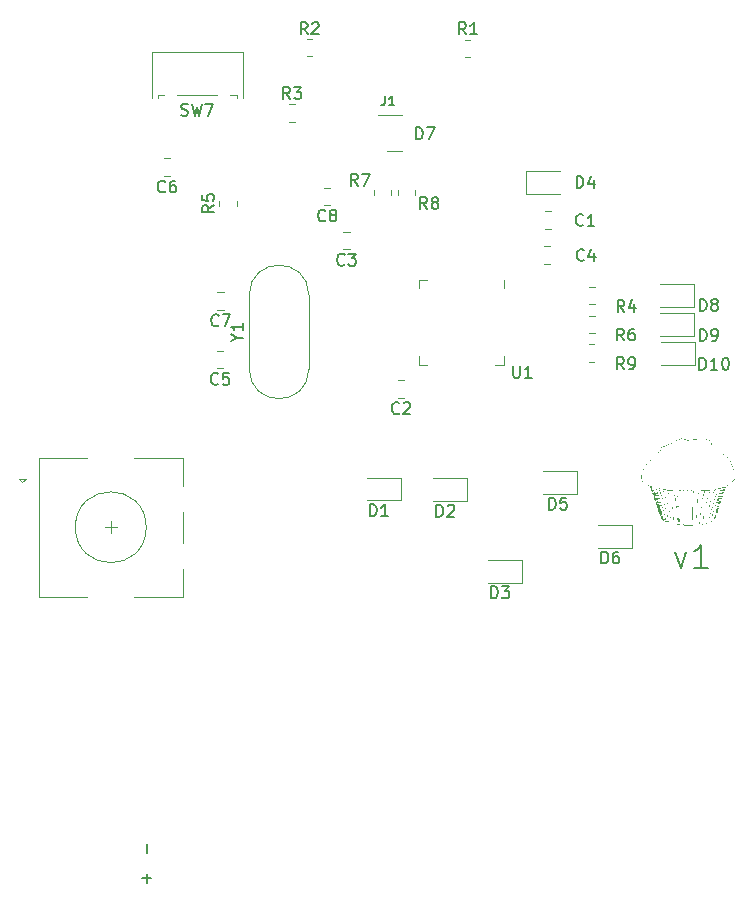
<source format=gbr>
%TF.GenerationSoftware,KiCad,Pcbnew,(6.0.2)*%
%TF.CreationDate,2022-05-21T08:25:36-07:00*%
%TF.ProjectId,muffin,6d756666-696e-42e6-9b69-6361645f7063,rev?*%
%TF.SameCoordinates,Original*%
%TF.FileFunction,Legend,Top*%
%TF.FilePolarity,Positive*%
%FSLAX46Y46*%
G04 Gerber Fmt 4.6, Leading zero omitted, Abs format (unit mm)*
G04 Created by KiCad (PCBNEW (6.0.2)) date 2022-05-21 08:25:36*
%MOMM*%
%LPD*%
G01*
G04 APERTURE LIST*
%ADD10C,0.150000*%
%ADD11C,0.120000*%
G04 APERTURE END LIST*
D10*
X155601428Y-87881428D02*
X156077619Y-89214761D01*
X156553809Y-87881428D01*
X158363333Y-89214761D02*
X157220476Y-89214761D01*
X157791904Y-89214761D02*
X157791904Y-87214761D01*
X157601428Y-87500476D01*
X157410952Y-87690952D01*
X157220476Y-87786190D01*
%TO.C,R3*%
X122991333Y-49492380D02*
X122658000Y-49016190D01*
X122419904Y-49492380D02*
X122419904Y-48492380D01*
X122800857Y-48492380D01*
X122896095Y-48540000D01*
X122943714Y-48587619D01*
X122991333Y-48682857D01*
X122991333Y-48825714D01*
X122943714Y-48920952D01*
X122896095Y-48968571D01*
X122800857Y-49016190D01*
X122419904Y-49016190D01*
X123324666Y-48492380D02*
X123943714Y-48492380D01*
X123610380Y-48873333D01*
X123753238Y-48873333D01*
X123848476Y-48920952D01*
X123896095Y-48968571D01*
X123943714Y-49063809D01*
X123943714Y-49301904D01*
X123896095Y-49397142D01*
X123848476Y-49444761D01*
X123753238Y-49492380D01*
X123467523Y-49492380D01*
X123372285Y-49444761D01*
X123324666Y-49397142D01*
%TO.C,D6*%
X149361904Y-88802380D02*
X149361904Y-87802380D01*
X149600000Y-87802380D01*
X149742857Y-87850000D01*
X149838095Y-87945238D01*
X149885714Y-88040476D01*
X149933333Y-88230952D01*
X149933333Y-88373809D01*
X149885714Y-88564285D01*
X149838095Y-88659523D01*
X149742857Y-88754761D01*
X149600000Y-88802380D01*
X149361904Y-88802380D01*
X150790476Y-87802380D02*
X150600000Y-87802380D01*
X150504761Y-87850000D01*
X150457142Y-87897619D01*
X150361904Y-88040476D01*
X150314285Y-88230952D01*
X150314285Y-88611904D01*
X150361904Y-88707142D01*
X150409523Y-88754761D01*
X150504761Y-88802380D01*
X150695238Y-88802380D01*
X150790476Y-88754761D01*
X150838095Y-88707142D01*
X150885714Y-88611904D01*
X150885714Y-88373809D01*
X150838095Y-88278571D01*
X150790476Y-88230952D01*
X150695238Y-88183333D01*
X150504761Y-88183333D01*
X150409523Y-88230952D01*
X150361904Y-88278571D01*
X150314285Y-88373809D01*
%TO.C,C1*%
X147803333Y-60147142D02*
X147755714Y-60194761D01*
X147612857Y-60242380D01*
X147517619Y-60242380D01*
X147374761Y-60194761D01*
X147279523Y-60099523D01*
X147231904Y-60004285D01*
X147184285Y-59813809D01*
X147184285Y-59670952D01*
X147231904Y-59480476D01*
X147279523Y-59385238D01*
X147374761Y-59290000D01*
X147517619Y-59242380D01*
X147612857Y-59242380D01*
X147755714Y-59290000D01*
X147803333Y-59337619D01*
X148755714Y-60242380D02*
X148184285Y-60242380D01*
X148470000Y-60242380D02*
X148470000Y-59242380D01*
X148374761Y-59385238D01*
X148279523Y-59480476D01*
X148184285Y-59528095D01*
%TO.C,C7*%
X116943333Y-68637142D02*
X116895714Y-68684761D01*
X116752857Y-68732380D01*
X116657619Y-68732380D01*
X116514761Y-68684761D01*
X116419523Y-68589523D01*
X116371904Y-68494285D01*
X116324285Y-68303809D01*
X116324285Y-68160952D01*
X116371904Y-67970476D01*
X116419523Y-67875238D01*
X116514761Y-67780000D01*
X116657619Y-67732380D01*
X116752857Y-67732380D01*
X116895714Y-67780000D01*
X116943333Y-67827619D01*
X117276666Y-67732380D02*
X117943333Y-67732380D01*
X117514761Y-68732380D01*
%TO.C,R4*%
X151293333Y-67512380D02*
X150960000Y-67036190D01*
X150721904Y-67512380D02*
X150721904Y-66512380D01*
X151102857Y-66512380D01*
X151198095Y-66560000D01*
X151245714Y-66607619D01*
X151293333Y-66702857D01*
X151293333Y-66845714D01*
X151245714Y-66940952D01*
X151198095Y-66988571D01*
X151102857Y-67036190D01*
X150721904Y-67036190D01*
X152150476Y-66845714D02*
X152150476Y-67512380D01*
X151912380Y-66464761D02*
X151674285Y-67179047D01*
X152293333Y-67179047D01*
%TO.C,SW2*%
X110871428Y-115830952D02*
X110871428Y-115069047D01*
X111252380Y-115450000D02*
X110490476Y-115450000D01*
X110871428Y-113320952D02*
X110871428Y-112559047D01*
%TO.C,C4*%
X147873333Y-63107142D02*
X147825714Y-63154761D01*
X147682857Y-63202380D01*
X147587619Y-63202380D01*
X147444761Y-63154761D01*
X147349523Y-63059523D01*
X147301904Y-62964285D01*
X147254285Y-62773809D01*
X147254285Y-62630952D01*
X147301904Y-62440476D01*
X147349523Y-62345238D01*
X147444761Y-62250000D01*
X147587619Y-62202380D01*
X147682857Y-62202380D01*
X147825714Y-62250000D01*
X147873333Y-62297619D01*
X148730476Y-62535714D02*
X148730476Y-63202380D01*
X148492380Y-62154761D02*
X148254285Y-62869047D01*
X148873333Y-62869047D01*
%TO.C,D2*%
X135381904Y-84852380D02*
X135381904Y-83852380D01*
X135620000Y-83852380D01*
X135762857Y-83900000D01*
X135858095Y-83995238D01*
X135905714Y-84090476D01*
X135953333Y-84280952D01*
X135953333Y-84423809D01*
X135905714Y-84614285D01*
X135858095Y-84709523D01*
X135762857Y-84804761D01*
X135620000Y-84852380D01*
X135381904Y-84852380D01*
X136334285Y-83947619D02*
X136381904Y-83900000D01*
X136477142Y-83852380D01*
X136715238Y-83852380D01*
X136810476Y-83900000D01*
X136858095Y-83947619D01*
X136905714Y-84042857D01*
X136905714Y-84138095D01*
X136858095Y-84280952D01*
X136286666Y-84852380D01*
X136905714Y-84852380D01*
%TO.C,J1*%
X131023333Y-49219404D02*
X131023333Y-49790833D01*
X130985238Y-49905119D01*
X130909047Y-49981309D01*
X130794761Y-50019404D01*
X130718571Y-50019404D01*
X131823333Y-50019404D02*
X131366190Y-50019404D01*
X131594761Y-50019404D02*
X131594761Y-49219404D01*
X131518571Y-49333690D01*
X131442380Y-49409880D01*
X131366190Y-49447976D01*
%TO.C,C2*%
X132223333Y-76077142D02*
X132175714Y-76124761D01*
X132032857Y-76172380D01*
X131937619Y-76172380D01*
X131794761Y-76124761D01*
X131699523Y-76029523D01*
X131651904Y-75934285D01*
X131604285Y-75743809D01*
X131604285Y-75600952D01*
X131651904Y-75410476D01*
X131699523Y-75315238D01*
X131794761Y-75220000D01*
X131937619Y-75172380D01*
X132032857Y-75172380D01*
X132175714Y-75220000D01*
X132223333Y-75267619D01*
X132604285Y-75267619D02*
X132651904Y-75220000D01*
X132747142Y-75172380D01*
X132985238Y-75172380D01*
X133080476Y-75220000D01*
X133128095Y-75267619D01*
X133175714Y-75362857D01*
X133175714Y-75458095D01*
X133128095Y-75600952D01*
X132556666Y-76172380D01*
X133175714Y-76172380D01*
%TO.C,D10*%
X157655714Y-72412380D02*
X157655714Y-71412380D01*
X157893809Y-71412380D01*
X158036666Y-71460000D01*
X158131904Y-71555238D01*
X158179523Y-71650476D01*
X158227142Y-71840952D01*
X158227142Y-71983809D01*
X158179523Y-72174285D01*
X158131904Y-72269523D01*
X158036666Y-72364761D01*
X157893809Y-72412380D01*
X157655714Y-72412380D01*
X159179523Y-72412380D02*
X158608095Y-72412380D01*
X158893809Y-72412380D02*
X158893809Y-71412380D01*
X158798571Y-71555238D01*
X158703333Y-71650476D01*
X158608095Y-71698095D01*
X159798571Y-71412380D02*
X159893809Y-71412380D01*
X159989047Y-71460000D01*
X160036666Y-71507619D01*
X160084285Y-71602857D01*
X160131904Y-71793333D01*
X160131904Y-72031428D01*
X160084285Y-72221904D01*
X160036666Y-72317142D01*
X159989047Y-72364761D01*
X159893809Y-72412380D01*
X159798571Y-72412380D01*
X159703333Y-72364761D01*
X159655714Y-72317142D01*
X159608095Y-72221904D01*
X159560476Y-72031428D01*
X159560476Y-71793333D01*
X159608095Y-71602857D01*
X159655714Y-71507619D01*
X159703333Y-71460000D01*
X159798571Y-71412380D01*
%TO.C,SW7*%
X113766666Y-50854761D02*
X113909523Y-50902380D01*
X114147619Y-50902380D01*
X114242857Y-50854761D01*
X114290476Y-50807142D01*
X114338095Y-50711904D01*
X114338095Y-50616666D01*
X114290476Y-50521428D01*
X114242857Y-50473809D01*
X114147619Y-50426190D01*
X113957142Y-50378571D01*
X113861904Y-50330952D01*
X113814285Y-50283333D01*
X113766666Y-50188095D01*
X113766666Y-50092857D01*
X113814285Y-49997619D01*
X113861904Y-49950000D01*
X113957142Y-49902380D01*
X114195238Y-49902380D01*
X114338095Y-49950000D01*
X114671428Y-49902380D02*
X114909523Y-50902380D01*
X115100000Y-50188095D01*
X115290476Y-50902380D01*
X115528571Y-49902380D01*
X115814285Y-49902380D02*
X116480952Y-49902380D01*
X116052380Y-50902380D01*
%TO.C,R8*%
X134593333Y-58792380D02*
X134260000Y-58316190D01*
X134021904Y-58792380D02*
X134021904Y-57792380D01*
X134402857Y-57792380D01*
X134498095Y-57840000D01*
X134545714Y-57887619D01*
X134593333Y-57982857D01*
X134593333Y-58125714D01*
X134545714Y-58220952D01*
X134498095Y-58268571D01*
X134402857Y-58316190D01*
X134021904Y-58316190D01*
X135164761Y-58220952D02*
X135069523Y-58173333D01*
X135021904Y-58125714D01*
X134974285Y-58030476D01*
X134974285Y-57982857D01*
X135021904Y-57887619D01*
X135069523Y-57840000D01*
X135164761Y-57792380D01*
X135355238Y-57792380D01*
X135450476Y-57840000D01*
X135498095Y-57887619D01*
X135545714Y-57982857D01*
X135545714Y-58030476D01*
X135498095Y-58125714D01*
X135450476Y-58173333D01*
X135355238Y-58220952D01*
X135164761Y-58220952D01*
X135069523Y-58268571D01*
X135021904Y-58316190D01*
X134974285Y-58411428D01*
X134974285Y-58601904D01*
X135021904Y-58697142D01*
X135069523Y-58744761D01*
X135164761Y-58792380D01*
X135355238Y-58792380D01*
X135450476Y-58744761D01*
X135498095Y-58697142D01*
X135545714Y-58601904D01*
X135545714Y-58411428D01*
X135498095Y-58316190D01*
X135450476Y-58268571D01*
X135355238Y-58220952D01*
%TO.C,D1*%
X129761904Y-84802380D02*
X129761904Y-83802380D01*
X130000000Y-83802380D01*
X130142857Y-83850000D01*
X130238095Y-83945238D01*
X130285714Y-84040476D01*
X130333333Y-84230952D01*
X130333333Y-84373809D01*
X130285714Y-84564285D01*
X130238095Y-84659523D01*
X130142857Y-84754761D01*
X130000000Y-84802380D01*
X129761904Y-84802380D01*
X131285714Y-84802380D02*
X130714285Y-84802380D01*
X131000000Y-84802380D02*
X131000000Y-83802380D01*
X130904761Y-83945238D01*
X130809523Y-84040476D01*
X130714285Y-84088095D01*
%TO.C,D8*%
X157701904Y-67442380D02*
X157701904Y-66442380D01*
X157940000Y-66442380D01*
X158082857Y-66490000D01*
X158178095Y-66585238D01*
X158225714Y-66680476D01*
X158273333Y-66870952D01*
X158273333Y-67013809D01*
X158225714Y-67204285D01*
X158178095Y-67299523D01*
X158082857Y-67394761D01*
X157940000Y-67442380D01*
X157701904Y-67442380D01*
X158844761Y-66870952D02*
X158749523Y-66823333D01*
X158701904Y-66775714D01*
X158654285Y-66680476D01*
X158654285Y-66632857D01*
X158701904Y-66537619D01*
X158749523Y-66490000D01*
X158844761Y-66442380D01*
X159035238Y-66442380D01*
X159130476Y-66490000D01*
X159178095Y-66537619D01*
X159225714Y-66632857D01*
X159225714Y-66680476D01*
X159178095Y-66775714D01*
X159130476Y-66823333D01*
X159035238Y-66870952D01*
X158844761Y-66870952D01*
X158749523Y-66918571D01*
X158701904Y-66966190D01*
X158654285Y-67061428D01*
X158654285Y-67251904D01*
X158701904Y-67347142D01*
X158749523Y-67394761D01*
X158844761Y-67442380D01*
X159035238Y-67442380D01*
X159130476Y-67394761D01*
X159178095Y-67347142D01*
X159225714Y-67251904D01*
X159225714Y-67061428D01*
X159178095Y-66966190D01*
X159130476Y-66918571D01*
X159035238Y-66870952D01*
%TO.C,D9*%
X157701904Y-69962380D02*
X157701904Y-68962380D01*
X157940000Y-68962380D01*
X158082857Y-69010000D01*
X158178095Y-69105238D01*
X158225714Y-69200476D01*
X158273333Y-69390952D01*
X158273333Y-69533809D01*
X158225714Y-69724285D01*
X158178095Y-69819523D01*
X158082857Y-69914761D01*
X157940000Y-69962380D01*
X157701904Y-69962380D01*
X158749523Y-69962380D02*
X158940000Y-69962380D01*
X159035238Y-69914761D01*
X159082857Y-69867142D01*
X159178095Y-69724285D01*
X159225714Y-69533809D01*
X159225714Y-69152857D01*
X159178095Y-69057619D01*
X159130476Y-69010000D01*
X159035238Y-68962380D01*
X158844761Y-68962380D01*
X158749523Y-69010000D01*
X158701904Y-69057619D01*
X158654285Y-69152857D01*
X158654285Y-69390952D01*
X158701904Y-69486190D01*
X158749523Y-69533809D01*
X158844761Y-69581428D01*
X159035238Y-69581428D01*
X159130476Y-69533809D01*
X159178095Y-69486190D01*
X159225714Y-69390952D01*
%TO.C,C8*%
X125973333Y-59757142D02*
X125925714Y-59804761D01*
X125782857Y-59852380D01*
X125687619Y-59852380D01*
X125544761Y-59804761D01*
X125449523Y-59709523D01*
X125401904Y-59614285D01*
X125354285Y-59423809D01*
X125354285Y-59280952D01*
X125401904Y-59090476D01*
X125449523Y-58995238D01*
X125544761Y-58900000D01*
X125687619Y-58852380D01*
X125782857Y-58852380D01*
X125925714Y-58900000D01*
X125973333Y-58947619D01*
X126544761Y-59280952D02*
X126449523Y-59233333D01*
X126401904Y-59185714D01*
X126354285Y-59090476D01*
X126354285Y-59042857D01*
X126401904Y-58947619D01*
X126449523Y-58900000D01*
X126544761Y-58852380D01*
X126735238Y-58852380D01*
X126830476Y-58900000D01*
X126878095Y-58947619D01*
X126925714Y-59042857D01*
X126925714Y-59090476D01*
X126878095Y-59185714D01*
X126830476Y-59233333D01*
X126735238Y-59280952D01*
X126544761Y-59280952D01*
X126449523Y-59328571D01*
X126401904Y-59376190D01*
X126354285Y-59471428D01*
X126354285Y-59661904D01*
X126401904Y-59757142D01*
X126449523Y-59804761D01*
X126544761Y-59852380D01*
X126735238Y-59852380D01*
X126830476Y-59804761D01*
X126878095Y-59757142D01*
X126925714Y-59661904D01*
X126925714Y-59471428D01*
X126878095Y-59376190D01*
X126830476Y-59328571D01*
X126735238Y-59280952D01*
%TO.C,R2*%
X124473333Y-44002380D02*
X124140000Y-43526190D01*
X123901904Y-44002380D02*
X123901904Y-43002380D01*
X124282857Y-43002380D01*
X124378095Y-43050000D01*
X124425714Y-43097619D01*
X124473333Y-43192857D01*
X124473333Y-43335714D01*
X124425714Y-43430952D01*
X124378095Y-43478571D01*
X124282857Y-43526190D01*
X123901904Y-43526190D01*
X124854285Y-43097619D02*
X124901904Y-43050000D01*
X124997142Y-43002380D01*
X125235238Y-43002380D01*
X125330476Y-43050000D01*
X125378095Y-43097619D01*
X125425714Y-43192857D01*
X125425714Y-43288095D01*
X125378095Y-43430952D01*
X124806666Y-44002380D01*
X125425714Y-44002380D01*
%TO.C,U1*%
X141888095Y-72082380D02*
X141888095Y-72891904D01*
X141935714Y-72987142D01*
X141983333Y-73034761D01*
X142078571Y-73082380D01*
X142269047Y-73082380D01*
X142364285Y-73034761D01*
X142411904Y-72987142D01*
X142459523Y-72891904D01*
X142459523Y-72082380D01*
X143459523Y-73082380D02*
X142888095Y-73082380D01*
X143173809Y-73082380D02*
X143173809Y-72082380D01*
X143078571Y-72225238D01*
X142983333Y-72320476D01*
X142888095Y-72368095D01*
%TO.C,D3*%
X140016904Y-91752380D02*
X140016904Y-90752380D01*
X140255000Y-90752380D01*
X140397857Y-90800000D01*
X140493095Y-90895238D01*
X140540714Y-90990476D01*
X140588333Y-91180952D01*
X140588333Y-91323809D01*
X140540714Y-91514285D01*
X140493095Y-91609523D01*
X140397857Y-91704761D01*
X140255000Y-91752380D01*
X140016904Y-91752380D01*
X140921666Y-90752380D02*
X141540714Y-90752380D01*
X141207380Y-91133333D01*
X141350238Y-91133333D01*
X141445476Y-91180952D01*
X141493095Y-91228571D01*
X141540714Y-91323809D01*
X141540714Y-91561904D01*
X141493095Y-91657142D01*
X141445476Y-91704761D01*
X141350238Y-91752380D01*
X141064523Y-91752380D01*
X140969285Y-91704761D01*
X140921666Y-91657142D01*
%TO.C,C3*%
X127603333Y-63497142D02*
X127555714Y-63544761D01*
X127412857Y-63592380D01*
X127317619Y-63592380D01*
X127174761Y-63544761D01*
X127079523Y-63449523D01*
X127031904Y-63354285D01*
X126984285Y-63163809D01*
X126984285Y-63020952D01*
X127031904Y-62830476D01*
X127079523Y-62735238D01*
X127174761Y-62640000D01*
X127317619Y-62592380D01*
X127412857Y-62592380D01*
X127555714Y-62640000D01*
X127603333Y-62687619D01*
X127936666Y-62592380D02*
X128555714Y-62592380D01*
X128222380Y-62973333D01*
X128365238Y-62973333D01*
X128460476Y-63020952D01*
X128508095Y-63068571D01*
X128555714Y-63163809D01*
X128555714Y-63401904D01*
X128508095Y-63497142D01*
X128460476Y-63544761D01*
X128365238Y-63592380D01*
X128079523Y-63592380D01*
X127984285Y-63544761D01*
X127936666Y-63497142D01*
%TO.C,R1*%
X137873333Y-44009880D02*
X137540000Y-43533690D01*
X137301904Y-44009880D02*
X137301904Y-43009880D01*
X137682857Y-43009880D01*
X137778095Y-43057500D01*
X137825714Y-43105119D01*
X137873333Y-43200357D01*
X137873333Y-43343214D01*
X137825714Y-43438452D01*
X137778095Y-43486071D01*
X137682857Y-43533690D01*
X137301904Y-43533690D01*
X138825714Y-44009880D02*
X138254285Y-44009880D01*
X138540000Y-44009880D02*
X138540000Y-43009880D01*
X138444761Y-43152738D01*
X138349523Y-43247976D01*
X138254285Y-43295595D01*
%TO.C,C5*%
X116893333Y-73587142D02*
X116845714Y-73634761D01*
X116702857Y-73682380D01*
X116607619Y-73682380D01*
X116464761Y-73634761D01*
X116369523Y-73539523D01*
X116321904Y-73444285D01*
X116274285Y-73253809D01*
X116274285Y-73110952D01*
X116321904Y-72920476D01*
X116369523Y-72825238D01*
X116464761Y-72730000D01*
X116607619Y-72682380D01*
X116702857Y-72682380D01*
X116845714Y-72730000D01*
X116893333Y-72777619D01*
X117798095Y-72682380D02*
X117321904Y-72682380D01*
X117274285Y-73158571D01*
X117321904Y-73110952D01*
X117417142Y-73063333D01*
X117655238Y-73063333D01*
X117750476Y-73110952D01*
X117798095Y-73158571D01*
X117845714Y-73253809D01*
X117845714Y-73491904D01*
X117798095Y-73587142D01*
X117750476Y-73634761D01*
X117655238Y-73682380D01*
X117417142Y-73682380D01*
X117321904Y-73634761D01*
X117274285Y-73587142D01*
%TO.C,D5*%
X144911904Y-84252380D02*
X144911904Y-83252380D01*
X145150000Y-83252380D01*
X145292857Y-83300000D01*
X145388095Y-83395238D01*
X145435714Y-83490476D01*
X145483333Y-83680952D01*
X145483333Y-83823809D01*
X145435714Y-84014285D01*
X145388095Y-84109523D01*
X145292857Y-84204761D01*
X145150000Y-84252380D01*
X144911904Y-84252380D01*
X146388095Y-83252380D02*
X145911904Y-83252380D01*
X145864285Y-83728571D01*
X145911904Y-83680952D01*
X146007142Y-83633333D01*
X146245238Y-83633333D01*
X146340476Y-83680952D01*
X146388095Y-83728571D01*
X146435714Y-83823809D01*
X146435714Y-84061904D01*
X146388095Y-84157142D01*
X146340476Y-84204761D01*
X146245238Y-84252380D01*
X146007142Y-84252380D01*
X145911904Y-84204761D01*
X145864285Y-84157142D01*
%TO.C,R5*%
X116542380Y-58486666D02*
X116066190Y-58820000D01*
X116542380Y-59058095D02*
X115542380Y-59058095D01*
X115542380Y-58677142D01*
X115590000Y-58581904D01*
X115637619Y-58534285D01*
X115732857Y-58486666D01*
X115875714Y-58486666D01*
X115970952Y-58534285D01*
X116018571Y-58581904D01*
X116066190Y-58677142D01*
X116066190Y-59058095D01*
X115542380Y-57581904D02*
X115542380Y-58058095D01*
X116018571Y-58105714D01*
X115970952Y-58058095D01*
X115923333Y-57962857D01*
X115923333Y-57724761D01*
X115970952Y-57629523D01*
X116018571Y-57581904D01*
X116113809Y-57534285D01*
X116351904Y-57534285D01*
X116447142Y-57581904D01*
X116494761Y-57629523D01*
X116542380Y-57724761D01*
X116542380Y-57962857D01*
X116494761Y-58058095D01*
X116447142Y-58105714D01*
%TO.C,R9*%
X151253333Y-72372380D02*
X150920000Y-71896190D01*
X150681904Y-72372380D02*
X150681904Y-71372380D01*
X151062857Y-71372380D01*
X151158095Y-71420000D01*
X151205714Y-71467619D01*
X151253333Y-71562857D01*
X151253333Y-71705714D01*
X151205714Y-71800952D01*
X151158095Y-71848571D01*
X151062857Y-71896190D01*
X150681904Y-71896190D01*
X151729523Y-72372380D02*
X151920000Y-72372380D01*
X152015238Y-72324761D01*
X152062857Y-72277142D01*
X152158095Y-72134285D01*
X152205714Y-71943809D01*
X152205714Y-71562857D01*
X152158095Y-71467619D01*
X152110476Y-71420000D01*
X152015238Y-71372380D01*
X151824761Y-71372380D01*
X151729523Y-71420000D01*
X151681904Y-71467619D01*
X151634285Y-71562857D01*
X151634285Y-71800952D01*
X151681904Y-71896190D01*
X151729523Y-71943809D01*
X151824761Y-71991428D01*
X152015238Y-71991428D01*
X152110476Y-71943809D01*
X152158095Y-71896190D01*
X152205714Y-71800952D01*
%TO.C,D7*%
X133651904Y-52902380D02*
X133651904Y-51902380D01*
X133890000Y-51902380D01*
X134032857Y-51950000D01*
X134128095Y-52045238D01*
X134175714Y-52140476D01*
X134223333Y-52330952D01*
X134223333Y-52473809D01*
X134175714Y-52664285D01*
X134128095Y-52759523D01*
X134032857Y-52854761D01*
X133890000Y-52902380D01*
X133651904Y-52902380D01*
X134556666Y-51902380D02*
X135223333Y-51902380D01*
X134794761Y-52902380D01*
%TO.C,R6*%
X151263333Y-69932380D02*
X150930000Y-69456190D01*
X150691904Y-69932380D02*
X150691904Y-68932380D01*
X151072857Y-68932380D01*
X151168095Y-68980000D01*
X151215714Y-69027619D01*
X151263333Y-69122857D01*
X151263333Y-69265714D01*
X151215714Y-69360952D01*
X151168095Y-69408571D01*
X151072857Y-69456190D01*
X150691904Y-69456190D01*
X152120476Y-68932380D02*
X151930000Y-68932380D01*
X151834761Y-68980000D01*
X151787142Y-69027619D01*
X151691904Y-69170476D01*
X151644285Y-69360952D01*
X151644285Y-69741904D01*
X151691904Y-69837142D01*
X151739523Y-69884761D01*
X151834761Y-69932380D01*
X152025238Y-69932380D01*
X152120476Y-69884761D01*
X152168095Y-69837142D01*
X152215714Y-69741904D01*
X152215714Y-69503809D01*
X152168095Y-69408571D01*
X152120476Y-69360952D01*
X152025238Y-69313333D01*
X151834761Y-69313333D01*
X151739523Y-69360952D01*
X151691904Y-69408571D01*
X151644285Y-69503809D01*
%TO.C,Y1*%
X118511190Y-69686190D02*
X118987380Y-69686190D01*
X117987380Y-70019523D02*
X118511190Y-69686190D01*
X117987380Y-69352857D01*
X118987380Y-68495714D02*
X118987380Y-69067142D01*
X118987380Y-68781428D02*
X117987380Y-68781428D01*
X118130238Y-68876666D01*
X118225476Y-68971904D01*
X118273095Y-69067142D01*
%TO.C,D4*%
X147261904Y-57022380D02*
X147261904Y-56022380D01*
X147500000Y-56022380D01*
X147642857Y-56070000D01*
X147738095Y-56165238D01*
X147785714Y-56260476D01*
X147833333Y-56450952D01*
X147833333Y-56593809D01*
X147785714Y-56784285D01*
X147738095Y-56879523D01*
X147642857Y-56974761D01*
X147500000Y-57022380D01*
X147261904Y-57022380D01*
X148690476Y-56355714D02*
X148690476Y-57022380D01*
X148452380Y-55974761D02*
X148214285Y-56689047D01*
X148833333Y-56689047D01*
%TO.C,R7*%
X128723333Y-56822380D02*
X128390000Y-56346190D01*
X128151904Y-56822380D02*
X128151904Y-55822380D01*
X128532857Y-55822380D01*
X128628095Y-55870000D01*
X128675714Y-55917619D01*
X128723333Y-56012857D01*
X128723333Y-56155714D01*
X128675714Y-56250952D01*
X128628095Y-56298571D01*
X128532857Y-56346190D01*
X128151904Y-56346190D01*
X129056666Y-55822380D02*
X129723333Y-55822380D01*
X129294761Y-56822380D01*
%TO.C,C6*%
X112413333Y-57297142D02*
X112365714Y-57344761D01*
X112222857Y-57392380D01*
X112127619Y-57392380D01*
X111984761Y-57344761D01*
X111889523Y-57249523D01*
X111841904Y-57154285D01*
X111794285Y-56963809D01*
X111794285Y-56820952D01*
X111841904Y-56630476D01*
X111889523Y-56535238D01*
X111984761Y-56440000D01*
X112127619Y-56392380D01*
X112222857Y-56392380D01*
X112365714Y-56440000D01*
X112413333Y-56487619D01*
X113270476Y-56392380D02*
X113080000Y-56392380D01*
X112984761Y-56440000D01*
X112937142Y-56487619D01*
X112841904Y-56630476D01*
X112794285Y-56820952D01*
X112794285Y-57201904D01*
X112841904Y-57297142D01*
X112889523Y-57344761D01*
X112984761Y-57392380D01*
X113175238Y-57392380D01*
X113270476Y-57344761D01*
X113318095Y-57297142D01*
X113365714Y-57201904D01*
X113365714Y-56963809D01*
X113318095Y-56868571D01*
X113270476Y-56820952D01*
X113175238Y-56773333D01*
X112984761Y-56773333D01*
X112889523Y-56820952D01*
X112841904Y-56868571D01*
X112794285Y-56963809D01*
D11*
%TO.C,R3*%
X122930936Y-51425000D02*
X123385064Y-51425000D01*
X122930936Y-49955000D02*
X123385064Y-49955000D01*
%TO.C,D6*%
X149107500Y-87480000D02*
X151967500Y-87480000D01*
X151967500Y-85560000D02*
X149107500Y-85560000D01*
X151967500Y-87480000D02*
X151967500Y-85560000D01*
%TO.C,C1*%
X144558748Y-60475000D02*
X145081252Y-60475000D01*
X144558748Y-59005000D02*
X145081252Y-59005000D01*
%TO.C,C7*%
X117371252Y-67335000D02*
X116848748Y-67335000D01*
X117371252Y-65865000D02*
X116848748Y-65865000D01*
%TO.C,R4*%
X148322936Y-65395000D02*
X148777064Y-65395000D01*
X148322936Y-66865000D02*
X148777064Y-66865000D01*
%TO.C,C4*%
X144518748Y-63445000D02*
X145041252Y-63445000D01*
X144518748Y-61975000D02*
X145041252Y-61975000D01*
%TO.C,D2*%
X137980000Y-83500000D02*
X137980000Y-81580000D01*
X135120000Y-83500000D02*
X137980000Y-83500000D01*
X137980000Y-81580000D02*
X135120000Y-81580000D01*
%TO.C,C2*%
X132651252Y-73305000D02*
X132128748Y-73305000D01*
X132651252Y-74775000D02*
X132128748Y-74775000D01*
%TO.C,SW1*%
X109816000Y-79850000D02*
X113916000Y-79850000D01*
X100316000Y-81950000D02*
X100016000Y-81650000D01*
X100016000Y-81650000D02*
X100616000Y-81650000D01*
X107816000Y-85250000D02*
X107816000Y-86250000D01*
X107316000Y-85750000D02*
X108316000Y-85750000D01*
X100616000Y-81650000D02*
X100316000Y-81950000D01*
X113916000Y-84450000D02*
X113916000Y-87050000D01*
X113916000Y-89250000D02*
X113916000Y-91650000D01*
X105816000Y-91650000D02*
X101716000Y-91650000D01*
X113916000Y-91650000D02*
X109816000Y-91650000D01*
X105816000Y-79850000D02*
X101716000Y-79850000D01*
X101716000Y-79850000D02*
X101716000Y-91650000D01*
X113916000Y-79850000D02*
X113916000Y-82250000D01*
X110816000Y-85750000D02*
G75*
G03*
X110816000Y-85750000I-3000000J0D01*
G01*
%TO.C,D10*%
X157247500Y-70070000D02*
X154387500Y-70070000D01*
X154387500Y-71990000D02*
X157247500Y-71990000D01*
X157247500Y-71990000D02*
X157247500Y-70070000D01*
%TO.C,SW7*%
X111273000Y-45502500D02*
X111273000Y-49402500D01*
X118473000Y-49172500D02*
X118473000Y-49402500D01*
X118993000Y-45502500D02*
X118993000Y-49402500D01*
X111793000Y-49172500D02*
X112333000Y-49172500D01*
X111793000Y-49172500D02*
X111793000Y-49402500D01*
X113433000Y-49172500D02*
X116833000Y-49172500D01*
X117933000Y-49172500D02*
X118473000Y-49172500D01*
X111273000Y-45502500D02*
X118993000Y-45502500D01*
%TO.C,R8*%
X132095000Y-57152936D02*
X132095000Y-57607064D01*
X133565000Y-57152936D02*
X133565000Y-57607064D01*
%TO.C,D1*%
X132355000Y-83470000D02*
X132355000Y-81550000D01*
X132355000Y-81550000D02*
X129495000Y-81550000D01*
X129495000Y-83470000D02*
X132355000Y-83470000D01*
%TO.C,D8*%
X157210000Y-65147500D02*
X154350000Y-65147500D01*
X154350000Y-67067500D02*
X157210000Y-67067500D01*
X157210000Y-67067500D02*
X157210000Y-65147500D01*
%TO.C,D9*%
X157217500Y-69540000D02*
X157217500Y-67620000D01*
X157217500Y-67620000D02*
X154357500Y-67620000D01*
X154357500Y-69540000D02*
X157217500Y-69540000D01*
%TO.C,C8*%
X126401252Y-58455000D02*
X125878748Y-58455000D01*
X126401252Y-56985000D02*
X125878748Y-56985000D01*
%TO.C,R2*%
X124887064Y-45872500D02*
X124432936Y-45872500D01*
X124887064Y-44402500D02*
X124432936Y-44402500D01*
%TO.C,U1*%
X133880000Y-64780000D02*
X134605000Y-64780000D01*
X133880000Y-65505000D02*
X133880000Y-64780000D01*
X141100000Y-71275000D02*
X141100000Y-72000000D01*
X141100000Y-72000000D02*
X140375000Y-72000000D01*
X133880000Y-71275000D02*
X133880000Y-72000000D01*
X141100000Y-65505000D02*
X141100000Y-64780000D01*
X133880000Y-72000000D02*
X134605000Y-72000000D01*
%TO.C,D3*%
X139755000Y-90430000D02*
X142615000Y-90430000D01*
X142615000Y-88510000D02*
X139755000Y-88510000D01*
X142615000Y-90430000D02*
X142615000Y-88510000D01*
%TO.C,C3*%
X128031252Y-62195000D02*
X127508748Y-62195000D01*
X128031252Y-60725000D02*
X127508748Y-60725000D01*
%TO.C,R1*%
X137812936Y-45942500D02*
X138267064Y-45942500D01*
X137812936Y-44472500D02*
X138267064Y-44472500D01*
%TO.C,C5*%
X117321252Y-70815000D02*
X116798748Y-70815000D01*
X117321252Y-72285000D02*
X116798748Y-72285000D01*
%TO.C,D5*%
X144437500Y-82920000D02*
X147297500Y-82920000D01*
X147297500Y-82920000D02*
X147297500Y-81000000D01*
X147297500Y-81000000D02*
X144437500Y-81000000D01*
%TO.C,R5*%
X117005000Y-58547064D02*
X117005000Y-58092936D01*
X118475000Y-58547064D02*
X118475000Y-58092936D01*
%TO.C,R9*%
X148312936Y-71735000D02*
X148767064Y-71735000D01*
X148312936Y-70265000D02*
X148767064Y-70265000D01*
%TO.C,D7*%
X132460000Y-50810000D02*
X130460000Y-50810000D01*
X131160000Y-53930000D02*
X132460000Y-53930000D01*
%TO.C,R6*%
X148322936Y-67855000D02*
X148777064Y-67855000D01*
X148322936Y-69325000D02*
X148777064Y-69325000D01*
%TO.C,Y1*%
X124585000Y-72335000D02*
X124585000Y-66085000D01*
X119535000Y-72335000D02*
X119535000Y-66085000D01*
X119535000Y-72335000D02*
G75*
G03*
X124585000Y-72335000I2525000J0D01*
G01*
X124585000Y-66085000D02*
G75*
G03*
X119535000Y-66085000I-2525000J0D01*
G01*
%TO.C,D4*%
X142962500Y-57510000D02*
X145822500Y-57510000D01*
X145822500Y-55590000D02*
X142962500Y-55590000D01*
X142962500Y-55590000D02*
X142962500Y-57510000D01*
%TO.C,G\u002A\u002A\u002A*%
G36*
X153467047Y-82267429D02*
G01*
X153448233Y-82257080D01*
X153402823Y-82233647D01*
X153339345Y-82201511D01*
X153314517Y-82189058D01*
X153147285Y-82097761D01*
X153014414Y-82006777D01*
X152911366Y-81911359D01*
X152833603Y-81806763D01*
X152776587Y-81688241D01*
X152746843Y-81595388D01*
X152732837Y-81492431D01*
X152733588Y-81469784D01*
X152756742Y-81469784D01*
X152769848Y-81600702D01*
X152807559Y-81719731D01*
X152872692Y-81838096D01*
X152910122Y-81891981D01*
X152966990Y-81951070D01*
X153054235Y-82017921D01*
X153164862Y-82088367D01*
X153291879Y-82158240D01*
X153428293Y-82223374D01*
X153549884Y-82273208D01*
X153684732Y-82323164D01*
X153791821Y-82360582D01*
X153879684Y-82387815D01*
X153956852Y-82407220D01*
X154031856Y-82421152D01*
X154113230Y-82431966D01*
X154132994Y-82434178D01*
X154236469Y-82447174D01*
X154342865Y-82463329D01*
X154434961Y-82479932D01*
X154466430Y-82486662D01*
X154561689Y-82505727D01*
X154668113Y-82522837D01*
X154736525Y-82531403D01*
X154815657Y-82543022D01*
X154887289Y-82559429D01*
X154932664Y-82575678D01*
X154978003Y-82594176D01*
X155036824Y-82608855D01*
X155113942Y-82620206D01*
X155214175Y-82628720D01*
X155342339Y-82634890D01*
X155503251Y-82639206D01*
X155566576Y-82640343D01*
X155730387Y-82641482D01*
X155859303Y-82638848D01*
X155957493Y-82632258D01*
X156029126Y-82621529D01*
X156037309Y-82619677D01*
X156090693Y-82608799D01*
X156141714Y-82603859D01*
X156198840Y-82605453D01*
X156270537Y-82614176D01*
X156365272Y-82630624D01*
X156462548Y-82649587D01*
X156528136Y-82661952D01*
X156568506Y-82665023D01*
X156596900Y-82657238D01*
X156626557Y-82637039D01*
X156636736Y-82629068D01*
X156707413Y-82584052D01*
X156777202Y-82565910D01*
X156856602Y-82573906D01*
X156954844Y-82606790D01*
X157026185Y-82633741D01*
X157084995Y-82649265D01*
X157146394Y-82655622D01*
X157225504Y-82655068D01*
X157266718Y-82653361D01*
X157452294Y-82645628D01*
X157669781Y-82638031D01*
X157911862Y-82630805D01*
X158168957Y-82624241D01*
X158298686Y-82619622D01*
X158442723Y-82611979D01*
X158582560Y-82602416D01*
X158688726Y-82593164D01*
X158798270Y-82581031D01*
X158876511Y-82569112D01*
X158931323Y-82555623D01*
X158970581Y-82538780D01*
X158992741Y-82524249D01*
X159046548Y-82495050D01*
X159121214Y-82476017D01*
X159195067Y-82466825D01*
X159289547Y-82452758D01*
X159374926Y-82430469D01*
X159418986Y-82412661D01*
X159475958Y-82390569D01*
X159557115Y-82367721D01*
X159647704Y-82348104D01*
X159676380Y-82343142D01*
X159756943Y-82329244D01*
X159823340Y-82316066D01*
X159865571Y-82305671D01*
X159874160Y-82302373D01*
X159924248Y-82269434D01*
X159992782Y-82219833D01*
X160072452Y-82159380D01*
X160155948Y-82093884D01*
X160235960Y-82029154D01*
X160305177Y-81970998D01*
X160356291Y-81925227D01*
X160380115Y-81900303D01*
X160429891Y-81849524D01*
X160494226Y-81801495D01*
X160517269Y-81788033D01*
X160576563Y-81746840D01*
X160619361Y-81691737D01*
X160647746Y-81616845D01*
X160663802Y-81516286D01*
X160669611Y-81384178D01*
X160669730Y-81357709D01*
X160669091Y-81266321D01*
X160665036Y-81200548D01*
X160654358Y-81146777D01*
X160633848Y-81091397D01*
X160600299Y-81020795D01*
X160581467Y-80983166D01*
X160543407Y-80901523D01*
X160513589Y-80826406D01*
X160496096Y-80768700D01*
X160493204Y-80747835D01*
X160484575Y-80705853D01*
X160461270Y-80639482D01*
X160427163Y-80558898D01*
X160397878Y-80497366D01*
X160354778Y-80405595D01*
X160316180Y-80313594D01*
X160287469Y-80234685D01*
X160277097Y-80198610D01*
X160249869Y-80117682D01*
X160209192Y-80032974D01*
X160186092Y-79995367D01*
X160150869Y-79941596D01*
X160127074Y-79900436D01*
X160120540Y-79883977D01*
X160103058Y-79871561D01*
X160057974Y-79856382D01*
X160014539Y-79845949D01*
X159950683Y-79829778D01*
X159915514Y-79811005D01*
X159898660Y-79783383D01*
X159896165Y-79774649D01*
X159865377Y-79727084D01*
X159827406Y-79705698D01*
X159763648Y-79664985D01*
X159711014Y-79597671D01*
X159677405Y-79516249D01*
X159669421Y-79455822D01*
X159657375Y-79382446D01*
X159625903Y-79314851D01*
X159582003Y-79263395D01*
X159532675Y-79238436D01*
X159521915Y-79237529D01*
X159491575Y-79226349D01*
X159440156Y-79196573D01*
X159375358Y-79153845D01*
X159304884Y-79103810D01*
X159236435Y-79052114D01*
X159177711Y-79004402D01*
X159136415Y-78966318D01*
X159120248Y-78943508D01*
X159120231Y-78943100D01*
X159104290Y-78923789D01*
X159064036Y-78896622D01*
X159041389Y-78884281D01*
X158991797Y-78861067D01*
X158965658Y-78856710D01*
X158952693Y-78870050D01*
X158951028Y-78874076D01*
X158923517Y-78900652D01*
X158880619Y-78904268D01*
X158837205Y-78886928D01*
X158809978Y-78855058D01*
X158784462Y-78819955D01*
X158742284Y-78806898D01*
X158718396Y-78806023D01*
X158649155Y-78806023D01*
X158661763Y-78698750D01*
X158664708Y-78601228D01*
X158643801Y-78525796D01*
X158593979Y-78461658D01*
X158525471Y-78408201D01*
X158484514Y-78381541D01*
X158447092Y-78361798D01*
X158405324Y-78346969D01*
X158351330Y-78335053D01*
X158277228Y-78324047D01*
X158175136Y-78311949D01*
X158124515Y-78306336D01*
X157944418Y-78289904D01*
X157792444Y-78284158D01*
X157658925Y-78289273D01*
X157534192Y-78305421D01*
X157470118Y-78318122D01*
X157363011Y-78327561D01*
X157303245Y-78317589D01*
X157238781Y-78307492D01*
X157168539Y-78314243D01*
X157119459Y-78325773D01*
X157039143Y-78341429D01*
X156944181Y-78351938D01*
X156878728Y-78354671D01*
X156802090Y-78357176D01*
X156757028Y-78365395D01*
X156736114Y-78380879D01*
X156734220Y-78384869D01*
X156701216Y-78426973D01*
X156653869Y-78441679D01*
X156605133Y-78429756D01*
X156567964Y-78391977D01*
X156560624Y-78374538D01*
X156538151Y-78345032D01*
X156490154Y-78335362D01*
X156483538Y-78335290D01*
X156433810Y-78327793D01*
X156362873Y-78308032D01*
X156285175Y-78280099D01*
X156276971Y-78276759D01*
X156135034Y-78218229D01*
X156053617Y-78265491D01*
X155984833Y-78298351D01*
X155912714Y-78322576D01*
X155893745Y-78326739D01*
X155828010Y-78345452D01*
X155769633Y-78373006D01*
X155763227Y-78377235D01*
X155711672Y-78403681D01*
X155665157Y-78414369D01*
X155602784Y-78430368D01*
X155561755Y-78471034D01*
X155550502Y-78515635D01*
X155547753Y-78535434D01*
X155535861Y-78553035D01*
X155509361Y-78571415D01*
X155462786Y-78593550D01*
X155390671Y-78622418D01*
X155287548Y-78660995D01*
X155275378Y-78665480D01*
X155175936Y-78701232D01*
X155087390Y-78731450D01*
X155017250Y-78753693D01*
X154973022Y-78765520D01*
X154963791Y-78766795D01*
X154930027Y-78777253D01*
X154875815Y-78804740D01*
X154812585Y-78843426D01*
X154809420Y-78845530D01*
X154745231Y-78886528D01*
X154702043Y-78907514D01*
X154669486Y-78912027D01*
X154638196Y-78903994D01*
X154604136Y-78895414D01*
X154571562Y-78901860D01*
X154528700Y-78927439D01*
X154490912Y-78955383D01*
X154435682Y-79001304D01*
X154404742Y-79040954D01*
X154388824Y-79088377D01*
X154383863Y-79117575D01*
X154365029Y-79193560D01*
X154328690Y-79264729D01*
X154270252Y-79336949D01*
X154185121Y-79416089D01*
X154092059Y-79490350D01*
X153968663Y-79587530D01*
X153857538Y-79682566D01*
X153750761Y-79783076D01*
X153640410Y-79896682D01*
X153518561Y-80031002D01*
X153457601Y-80100541D01*
X153324575Y-80255625D01*
X153214958Y-80388778D01*
X153124581Y-80505970D01*
X153049278Y-80613170D01*
X152984882Y-80716347D01*
X152927227Y-80821472D01*
X152872145Y-80934514D01*
X152865648Y-80948595D01*
X152822907Y-81049091D01*
X152794687Y-81137866D01*
X152775845Y-81233757D01*
X152765421Y-81315753D01*
X152756742Y-81469784D01*
X152733588Y-81469784D01*
X152737020Y-81366372D01*
X152757745Y-81227952D01*
X152793364Y-81087910D01*
X152842230Y-80956988D01*
X152846034Y-80948595D01*
X152897800Y-80840496D01*
X152950770Y-80741043D01*
X153008765Y-80644868D01*
X153075606Y-80546605D01*
X153155114Y-80440887D01*
X153251109Y-80322348D01*
X153367414Y-80185620D01*
X153484729Y-80051506D01*
X153605920Y-79916077D01*
X153709948Y-79804796D01*
X153803858Y-79710946D01*
X153894697Y-79627808D01*
X153989510Y-79548665D01*
X154095343Y-79466798D01*
X154107668Y-79457556D01*
X154212607Y-79372742D01*
X154286300Y-79296800D01*
X154333619Y-79223304D01*
X154359439Y-79145827D01*
X154363885Y-79119668D01*
X154374368Y-79064641D01*
X154393103Y-79024396D01*
X154428520Y-78986258D01*
X154480744Y-78943938D01*
X154538828Y-78901175D01*
X154577928Y-78879958D01*
X154608770Y-78876218D01*
X154637975Y-78884296D01*
X154670188Y-78892467D01*
X154702821Y-78887655D01*
X154746262Y-78866321D01*
X154809420Y-78825917D01*
X154873775Y-78786572D01*
X154930746Y-78758062D01*
X154968354Y-78746354D01*
X154969223Y-78746321D01*
X155002405Y-78739346D01*
X155064096Y-78720830D01*
X155146220Y-78693387D01*
X155240703Y-78659632D01*
X155266100Y-78650218D01*
X155369539Y-78610806D01*
X155441518Y-78580962D01*
X155487714Y-78557617D01*
X155513803Y-78537700D01*
X155525462Y-78518144D01*
X155527480Y-78508878D01*
X155552500Y-78454729D01*
X155602364Y-78412663D01*
X155662688Y-78394621D01*
X155665157Y-78394568D01*
X155714203Y-78383056D01*
X155763227Y-78357621D01*
X155818127Y-78329661D01*
X155884516Y-78308945D01*
X155893745Y-78307125D01*
X155961330Y-78287741D01*
X156034076Y-78256468D01*
X156053617Y-78245878D01*
X156135034Y-78198615D01*
X156276971Y-78257146D01*
X156354856Y-78285749D01*
X156427877Y-78306599D01*
X156481410Y-78315587D01*
X156485280Y-78315676D01*
X156537560Y-78323421D01*
X156567615Y-78352040D01*
X156573502Y-78363632D01*
X156608809Y-78410211D01*
X156651900Y-78427017D01*
X156692244Y-78413386D01*
X156718104Y-78372706D01*
X156729589Y-78352932D01*
X156754308Y-78341528D01*
X156801167Y-78336300D01*
X156870858Y-78335057D01*
X156961732Y-78330571D01*
X157055389Y-78319152D01*
X157119459Y-78306159D01*
X157201121Y-78289555D01*
X157266557Y-78290265D01*
X157303245Y-78297975D01*
X157403226Y-78308075D01*
X157470118Y-78298508D01*
X157594100Y-78276599D01*
X157721879Y-78265815D01*
X157863126Y-78265981D01*
X158027510Y-78276922D01*
X158124515Y-78286722D01*
X158239813Y-78299768D01*
X158324004Y-78310893D01*
X158385007Y-78322137D01*
X158430744Y-78335539D01*
X158469134Y-78353140D01*
X158508097Y-78376980D01*
X158528747Y-78390844D01*
X158611555Y-78455784D01*
X158661489Y-78519827D01*
X158683523Y-78592385D01*
X158682707Y-78682144D01*
X158671946Y-78786409D01*
X158736029Y-78786409D01*
X158787644Y-78794873D01*
X158817782Y-78825990D01*
X158822454Y-78835444D01*
X158854831Y-78873418D01*
X158896140Y-78883373D01*
X158932766Y-78863260D01*
X158939697Y-78853111D01*
X158954146Y-78835921D01*
X158976651Y-78835500D01*
X159018233Y-78853026D01*
X159039697Y-78863804D01*
X159091162Y-78894554D01*
X159126041Y-78923710D01*
X159132865Y-78933806D01*
X159155360Y-78962229D01*
X159202416Y-79004802D01*
X159265610Y-79055394D01*
X159336521Y-79107874D01*
X159406724Y-79156109D01*
X159467800Y-79193970D01*
X159511324Y-79215324D01*
X159523129Y-79217915D01*
X159572630Y-79235541D01*
X159621007Y-79281449D01*
X159660940Y-79345186D01*
X159685111Y-79416298D01*
X159689035Y-79454891D01*
X159704951Y-79545695D01*
X159748305Y-79623359D01*
X159812503Y-79677681D01*
X159841042Y-79690097D01*
X159883991Y-79711346D01*
X159904497Y-79735179D01*
X159904787Y-79737804D01*
X159923213Y-79781544D01*
X159974626Y-79815315D01*
X160040350Y-79833201D01*
X160099309Y-79849559D01*
X160136241Y-79882128D01*
X160152450Y-79909470D01*
X160188573Y-79971920D01*
X160228881Y-80031892D01*
X160258595Y-80085597D01*
X160286008Y-80157428D01*
X160297365Y-80198610D01*
X160317097Y-80262944D01*
X160350063Y-80348506D01*
X160390910Y-80441983D01*
X160417492Y-80497366D01*
X160457010Y-80581890D01*
X160488534Y-80659580D01*
X160508189Y-80720259D01*
X160512818Y-80747835D01*
X160521500Y-80790816D01*
X160544822Y-80857386D01*
X160578705Y-80936660D01*
X160601081Y-80983166D01*
X160640836Y-81063694D01*
X160666398Y-81123474D01*
X160680900Y-81175895D01*
X160687475Y-81234349D01*
X160689256Y-81312223D01*
X160689327Y-81360342D01*
X160685052Y-81497950D01*
X160670619Y-81603582D01*
X160643580Y-81683723D01*
X160601486Y-81744858D01*
X160541889Y-81793473D01*
X160521045Y-81806119D01*
X160457636Y-81848792D01*
X160402416Y-81896545D01*
X160380991Y-81920912D01*
X160346477Y-81957043D01*
X160282130Y-82012979D01*
X160190633Y-82086585D01*
X160074673Y-82175727D01*
X159936934Y-82278269D01*
X159869713Y-82327379D01*
X159862936Y-82346256D01*
X159845171Y-82399495D01*
X159817390Y-82484096D01*
X159780566Y-82597062D01*
X159735669Y-82735393D01*
X159683673Y-82896092D01*
X159625549Y-83076159D01*
X159562269Y-83272596D01*
X159494806Y-83482403D01*
X159443647Y-83641745D01*
X159373561Y-83859666D01*
X159306703Y-84066566D01*
X159244069Y-84259422D01*
X159186655Y-84435214D01*
X159135459Y-84590919D01*
X159091477Y-84723515D01*
X159055705Y-84829979D01*
X159029140Y-84907289D01*
X159012778Y-84952423D01*
X159007876Y-84963299D01*
X158989176Y-84983773D01*
X158954724Y-85026755D01*
X158911876Y-85083057D01*
X158910653Y-85084701D01*
X158871752Y-85133821D01*
X158832815Y-85173098D01*
X158785386Y-85208678D01*
X158721008Y-85246709D01*
X158631222Y-85293339D01*
X158606750Y-85305597D01*
X158374090Y-85406857D01*
X158158096Y-85473654D01*
X158024727Y-85506796D01*
X157909911Y-85533461D01*
X157806736Y-85554403D01*
X157708288Y-85570372D01*
X157607654Y-85582123D01*
X157497920Y-85590406D01*
X157372174Y-85595976D01*
X157223502Y-85599583D01*
X157044991Y-85601981D01*
X156972509Y-85602689D01*
X156813744Y-85603606D01*
X156660524Y-85603475D01*
X156519211Y-85602377D01*
X156396169Y-85600394D01*
X156297759Y-85597610D01*
X156230344Y-85594105D01*
X156217374Y-85592952D01*
X156127989Y-85580746D01*
X156038440Y-85563866D01*
X155972201Y-85547116D01*
X155911634Y-85532625D01*
X155824831Y-85517373D01*
X155724680Y-85503432D01*
X155648571Y-85495084D01*
X155529235Y-85479843D01*
X155392597Y-85456146D01*
X155248227Y-85426249D01*
X155105694Y-85392403D01*
X154974568Y-85356865D01*
X154864418Y-85321888D01*
X154792662Y-85293468D01*
X154720152Y-85253303D01*
X154649302Y-85203960D01*
X154625974Y-85184381D01*
X154577895Y-85141023D01*
X154538324Y-85106038D01*
X154526754Y-85096119D01*
X154502109Y-85073519D01*
X154478142Y-85046373D01*
X154453804Y-85012064D01*
X154428050Y-84967977D01*
X154399831Y-84911496D01*
X154368100Y-84840005D01*
X154331809Y-84750887D01*
X154289913Y-84641528D01*
X154241362Y-84509311D01*
X154185111Y-84351620D01*
X154120111Y-84165839D01*
X154045315Y-83949353D01*
X153959676Y-83699546D01*
X153913562Y-83564550D01*
X153839956Y-83349046D01*
X153770043Y-83144658D01*
X153704855Y-82954378D01*
X153645420Y-82781203D01*
X153592771Y-82628124D01*
X153547938Y-82498137D01*
X153511951Y-82394234D01*
X153485840Y-82319411D01*
X153481980Y-82308555D01*
X153514206Y-82308555D01*
X153525123Y-82361164D01*
X153550341Y-82443762D01*
X153578829Y-82527761D01*
X153601855Y-82594464D01*
X153635991Y-82693813D01*
X153679700Y-82821317D01*
X153731448Y-82972489D01*
X153789699Y-83142838D01*
X153852918Y-83327876D01*
X153919569Y-83523114D01*
X153988116Y-83724062D01*
X154018538Y-83813295D01*
X154105431Y-84067152D01*
X154181009Y-84285536D01*
X154245984Y-84470310D01*
X154301068Y-84623340D01*
X154346973Y-84746491D01*
X154384411Y-84841628D01*
X154414095Y-84910614D01*
X154436737Y-84955315D01*
X154453048Y-84977596D01*
X154463741Y-84979321D01*
X154463806Y-84979256D01*
X154460929Y-84959080D01*
X154448721Y-84906952D01*
X154428667Y-84828628D01*
X154402247Y-84729864D01*
X154370945Y-84616416D01*
X154363774Y-84590850D01*
X154337011Y-84500021D01*
X154301014Y-84384362D01*
X154257124Y-84247732D01*
X154206685Y-84093992D01*
X154151038Y-83927002D01*
X154091526Y-83750621D01*
X154029491Y-83568710D01*
X153966274Y-83385128D01*
X153903220Y-83203736D01*
X153841669Y-83028393D01*
X153782964Y-82862960D01*
X153728448Y-82711296D01*
X153679462Y-82577262D01*
X153637350Y-82464717D01*
X153603452Y-82377521D01*
X153579462Y-82320369D01*
X153619548Y-82320369D01*
X153624849Y-82339550D01*
X153642020Y-82392151D01*
X153669836Y-82474617D01*
X153707071Y-82583389D01*
X153752503Y-82714910D01*
X153804905Y-82865624D01*
X153863053Y-83031973D01*
X153925724Y-83210400D01*
X153935713Y-83238765D01*
X154005453Y-83438629D01*
X154075718Y-83643534D01*
X154144446Y-83847226D01*
X154209574Y-84043450D01*
X154269039Y-84225955D01*
X154320778Y-84388487D01*
X154362730Y-84524792D01*
X154385361Y-84601931D01*
X154427463Y-84748407D01*
X154461369Y-84862039D01*
X154488947Y-84947898D01*
X154512065Y-85011056D01*
X154532590Y-85056584D01*
X154552392Y-85089551D01*
X154573338Y-85115031D01*
X154575021Y-85116795D01*
X154614565Y-85155159D01*
X154643080Y-85177877D01*
X154649359Y-85180541D01*
X154646997Y-85162495D01*
X154634397Y-85111220D01*
X154612760Y-85031008D01*
X154583290Y-84926151D01*
X154547188Y-84800942D01*
X154505658Y-84659675D01*
X154469395Y-84538185D01*
X154415152Y-84361020D01*
X154350963Y-84156979D01*
X154280101Y-83936120D01*
X154205837Y-83708503D01*
X154131442Y-83484186D01*
X154060188Y-83273226D01*
X154019738Y-83155617D01*
X153963908Y-82993241D01*
X153912880Y-82842174D01*
X153867957Y-82706476D01*
X153830443Y-82590206D01*
X153801640Y-82497422D01*
X153782851Y-82432185D01*
X153776047Y-82401557D01*
X153792137Y-82401557D01*
X153796061Y-82421758D01*
X153811668Y-82475044D01*
X153837668Y-82557480D01*
X153872770Y-82665129D01*
X153915685Y-82794055D01*
X153965122Y-82940323D01*
X154019791Y-83099998D01*
X154045209Y-83173599D01*
X154113395Y-83373030D01*
X154186434Y-83591088D01*
X154261173Y-83818064D01*
X154334459Y-84044246D01*
X154403138Y-84259926D01*
X154464058Y-84455394D01*
X154501489Y-84578644D01*
X154694113Y-85222229D01*
X154764354Y-85258392D01*
X154809593Y-85279864D01*
X154837119Y-85289495D01*
X154840131Y-85289218D01*
X154836730Y-85269630D01*
X154824058Y-85217974D01*
X154803605Y-85139905D01*
X154776859Y-85041078D01*
X154745311Y-84927148D01*
X154735978Y-84893871D01*
X154644716Y-84575480D01*
X154546570Y-84245170D01*
X154439716Y-83897019D01*
X154322333Y-83525103D01*
X154192599Y-83123498D01*
X154172585Y-83062239D01*
X153970466Y-82444402D01*
X153950517Y-82438048D01*
X153987386Y-82438048D01*
X154200601Y-83088483D01*
X154315337Y-83442668D01*
X154427018Y-83795543D01*
X154533411Y-84139807D01*
X154632283Y-84468161D01*
X154721403Y-84773302D01*
X154787548Y-85007989D01*
X154872625Y-85315977D01*
X154941872Y-85334494D01*
X155012799Y-85351244D01*
X155050849Y-85354363D01*
X155060154Y-85346888D01*
X155055690Y-85320279D01*
X155043135Y-85260923D01*
X155023745Y-85174168D01*
X154998777Y-85065365D01*
X154969487Y-84939864D01*
X154937132Y-84803014D01*
X154902969Y-84660166D01*
X154868253Y-84516669D01*
X154834240Y-84377874D01*
X154804590Y-84258687D01*
X154755778Y-84072444D01*
X154701837Y-83883512D01*
X154640374Y-83684218D01*
X154568994Y-83466888D01*
X154485300Y-83223850D01*
X154453232Y-83132922D01*
X154398933Y-82980034D01*
X154348757Y-82839307D01*
X154304203Y-82714905D01*
X154266772Y-82610993D01*
X154237963Y-82531735D01*
X154220863Y-82485577D01*
X154266220Y-82485577D01*
X154267827Y-82510086D01*
X154277570Y-82553276D01*
X154296384Y-82618202D01*
X154325208Y-82707918D01*
X154364977Y-82825477D01*
X154416630Y-82973933D01*
X154475547Y-83140695D01*
X154574720Y-83427882D01*
X154664824Y-83706399D01*
X154748237Y-83984723D01*
X154827333Y-84271329D01*
X154904490Y-84574695D01*
X154982084Y-84903296D01*
X155031694Y-85124510D01*
X155086349Y-85372494D01*
X155166417Y-85391845D01*
X155228072Y-85406429D01*
X155260739Y-85411610D01*
X155273619Y-85406964D01*
X155275911Y-85392069D01*
X155275907Y-85386809D01*
X155272318Y-85337818D01*
X155262261Y-85256609D01*
X155246800Y-85149459D01*
X155227001Y-85022648D01*
X155203929Y-84882455D01*
X155178649Y-84735158D01*
X155152226Y-84587036D01*
X155125725Y-84444367D01*
X155100211Y-84313432D01*
X155076749Y-84200508D01*
X155067913Y-84160618D01*
X155036385Y-84027561D01*
X155002706Y-83898624D01*
X154964615Y-83766453D01*
X154919847Y-83623692D01*
X154866139Y-83462986D01*
X154801229Y-83276981D01*
X154763120Y-83170116D01*
X154710443Y-83023251D01*
X154661840Y-82887826D01*
X154618936Y-82768360D01*
X154583354Y-82669370D01*
X154556720Y-82595375D01*
X154540655Y-82550895D01*
X154536670Y-82540001D01*
X154521033Y-82529390D01*
X154552439Y-82529390D01*
X154554475Y-82535286D01*
X154563363Y-82559654D01*
X154583843Y-82616385D01*
X154614275Y-82700916D01*
X154653017Y-82808681D01*
X154698428Y-82935117D01*
X154748866Y-83075658D01*
X154782747Y-83170116D01*
X154872529Y-83426024D01*
X154948313Y-83655846D01*
X155012512Y-83869124D01*
X155067541Y-84075402D01*
X155115814Y-84284221D01*
X155159747Y-84505124D01*
X155201753Y-84747654D01*
X155234146Y-84954101D01*
X155256534Y-85100960D01*
X155274305Y-85213705D01*
X155288625Y-85297018D01*
X155300659Y-85355586D01*
X155311571Y-85394093D01*
X155322527Y-85417222D01*
X155334692Y-85429660D01*
X155349230Y-85436089D01*
X155354383Y-85437590D01*
X155410608Y-85449250D01*
X155446296Y-85453180D01*
X155475102Y-85449295D01*
X155483735Y-85426527D01*
X155480822Y-85391390D01*
X155477157Y-85353942D01*
X155471458Y-85283789D01*
X155464202Y-85187371D01*
X155455867Y-85071131D01*
X155446930Y-84941511D01*
X155441923Y-84866718D01*
X155418287Y-84580806D01*
X155385660Y-84292948D01*
X155345542Y-84013759D01*
X155299439Y-83753858D01*
X155255844Y-83552587D01*
X155236712Y-83482096D01*
X155206826Y-83383525D01*
X155168994Y-83265599D01*
X155126024Y-83137046D01*
X155080725Y-83006594D01*
X155074455Y-82988952D01*
X155025186Y-82851247D01*
X154985815Y-82746032D01*
X154952821Y-82668938D01*
X154925028Y-82619748D01*
X154963200Y-82619748D01*
X154965997Y-82632420D01*
X155008635Y-82746951D01*
X155055201Y-82876681D01*
X155103179Y-83014124D01*
X155150049Y-83151795D01*
X155193295Y-83282208D01*
X155230398Y-83397880D01*
X155258841Y-83491323D01*
X155275522Y-83552587D01*
X155332901Y-83824446D01*
X155382778Y-84125995D01*
X155423891Y-84448192D01*
X155454979Y-84781999D01*
X155463015Y-84896139D01*
X155472415Y-85033011D01*
X155482107Y-85158648D01*
X155491553Y-85267181D01*
X155500215Y-85352739D01*
X155507555Y-85409450D01*
X155511905Y-85429613D01*
X155528336Y-85455088D01*
X155558950Y-85469795D01*
X155614331Y-85477796D01*
X155642789Y-85479842D01*
X155710986Y-85484375D01*
X155766607Y-85488547D01*
X155789848Y-85490654D01*
X155809638Y-85487247D01*
X155817336Y-85465071D01*
X155815396Y-85415076D01*
X155814093Y-85401197D01*
X155810336Y-85355666D01*
X155804686Y-85277644D01*
X155797591Y-85173798D01*
X155789500Y-85050793D01*
X155780863Y-84915296D01*
X155774904Y-84819390D01*
X155763828Y-84658894D01*
X155749914Y-84487621D01*
X155734244Y-84317109D01*
X155717897Y-84158895D01*
X155701955Y-84024517D01*
X155696964Y-83987344D01*
X155682758Y-83890212D01*
X155664028Y-83769103D01*
X155641901Y-83630684D01*
X155617504Y-83481618D01*
X155591962Y-83328572D01*
X155566403Y-83178208D01*
X155541954Y-83037192D01*
X155519741Y-82912190D01*
X155500892Y-82809865D01*
X155486532Y-82736882D01*
X155482184Y-82716904D01*
X155474941Y-82699205D01*
X155458229Y-82686089D01*
X155446547Y-82682432D01*
X155512233Y-82682432D01*
X155512991Y-82724135D01*
X155520765Y-82793541D01*
X155535933Y-82893722D01*
X155558877Y-83027751D01*
X155572120Y-83101467D01*
X155631472Y-83440741D01*
X155680647Y-83750665D01*
X155720700Y-84039473D01*
X155752688Y-84315400D01*
X155777665Y-84586682D01*
X155795831Y-84847104D01*
X155806252Y-85021851D01*
X155814850Y-85161528D01*
X155822323Y-85270216D01*
X155829368Y-85351992D01*
X155836683Y-85410934D01*
X155844965Y-85451121D01*
X155854911Y-85476631D01*
X155867218Y-85491543D01*
X155882585Y-85499935D01*
X155901707Y-85505884D01*
X155908832Y-85507968D01*
X155952316Y-85520381D01*
X155974685Y-85525476D01*
X155975273Y-85525408D01*
X155974897Y-85506200D01*
X155972386Y-85452520D01*
X155967997Y-85369048D01*
X155961986Y-85260468D01*
X155954610Y-85131462D01*
X155946126Y-84986711D01*
X155941312Y-84905946D01*
X155929678Y-84725137D01*
X155915803Y-84531110D01*
X155900535Y-84334403D01*
X155884724Y-84145553D01*
X155869217Y-83975097D01*
X155855236Y-83836989D01*
X155842275Y-83714805D01*
X155828318Y-83578125D01*
X155813916Y-83432844D01*
X155799614Y-83284862D01*
X155785963Y-83140077D01*
X155773511Y-83004386D01*
X155762805Y-82883686D01*
X155754394Y-82783877D01*
X155748827Y-82710856D01*
X155747154Y-82679832D01*
X155766255Y-82679832D01*
X155768117Y-82712488D01*
X155773329Y-82778211D01*
X155781328Y-82871038D01*
X155791552Y-82985002D01*
X155803437Y-83114141D01*
X155816422Y-83252489D01*
X155829944Y-83394081D01*
X155843439Y-83532953D01*
X155856346Y-83663141D01*
X155868102Y-83778679D01*
X155878145Y-83873603D01*
X155882800Y-83915444D01*
X155894712Y-84030516D01*
X155907712Y-84174674D01*
X155921001Y-84337822D01*
X155933783Y-84509864D01*
X155945260Y-84680704D01*
X155951753Y-84788263D01*
X155962612Y-84977668D01*
X155971700Y-85131702D01*
X155979539Y-85254155D01*
X155986652Y-85348817D01*
X155993561Y-85419476D01*
X156000789Y-85469923D01*
X156008858Y-85503948D01*
X156018290Y-85525340D01*
X156029608Y-85537889D01*
X156043335Y-85545384D01*
X156056819Y-85550442D01*
X156110840Y-85563220D01*
X156178598Y-85570687D01*
X156194580Y-85571270D01*
X156279661Y-85572819D01*
X156265737Y-85028533D01*
X156262679Y-84889508D01*
X156259733Y-84718743D01*
X156256982Y-84523724D01*
X156254511Y-84311938D01*
X156252404Y-84090874D01*
X156250743Y-83868018D01*
X156249613Y-83650857D01*
X156249304Y-83558410D01*
X156248342Y-83203493D01*
X156260080Y-83203493D01*
X156260272Y-83377148D01*
X156261513Y-83576382D01*
X156263769Y-83797789D01*
X156267008Y-84037961D01*
X156271193Y-84293492D01*
X156276291Y-84560973D01*
X156282268Y-84836997D01*
X156288530Y-85096201D01*
X156291949Y-85247866D01*
X156294949Y-85364868D01*
X156299619Y-85451691D01*
X156308054Y-85512819D01*
X156322344Y-85552736D01*
X156344582Y-85575926D01*
X156376860Y-85586873D01*
X156421270Y-85590062D01*
X156479904Y-85589976D01*
X156518989Y-85590157D01*
X156673500Y-85592433D01*
X156668227Y-84508765D01*
X156667502Y-84290024D01*
X156667407Y-84070156D01*
X156667903Y-83854712D01*
X156667954Y-83844673D01*
X156679981Y-83844673D01*
X156680097Y-83991601D01*
X156680604Y-84162504D01*
X156681468Y-84361733D01*
X156682652Y-84593641D01*
X156683360Y-84724517D01*
X156688108Y-85592433D01*
X157036570Y-85592433D01*
X157056312Y-85592433D01*
X157205646Y-85592433D01*
X157282218Y-85591298D01*
X157327415Y-85586698D01*
X157349058Y-85576833D01*
X157354965Y-85559909D01*
X157354992Y-85558108D01*
X157355091Y-85554456D01*
X157374606Y-85554456D01*
X157380970Y-85571105D01*
X157405523Y-85578808D01*
X157456432Y-85579042D01*
X157497181Y-85576622D01*
X157561526Y-85571657D01*
X157607545Y-85567160D01*
X157624205Y-85564395D01*
X157625562Y-85558305D01*
X157644879Y-85558305D01*
X157740200Y-85544831D01*
X157803474Y-85534913D01*
X157854104Y-85525292D01*
X157868482Y-85521778D01*
X157881708Y-85516796D01*
X157888340Y-85510772D01*
X157922607Y-85510772D01*
X158044845Y-85482256D01*
X158108469Y-85466906D01*
X158154327Y-85454882D01*
X158171689Y-85449135D01*
X158175787Y-85429080D01*
X158179212Y-85406698D01*
X158200187Y-85406698D01*
X158205414Y-85428411D01*
X158229958Y-85431406D01*
X158281992Y-85419980D01*
X158305293Y-85414103D01*
X158390351Y-85392686D01*
X158395224Y-85366945D01*
X158414131Y-85366945D01*
X158420567Y-85375621D01*
X158444686Y-85369629D01*
X158493704Y-85346808D01*
X158511556Y-85337781D01*
X158561096Y-85306106D01*
X158593365Y-85273614D01*
X158593606Y-85273125D01*
X158617710Y-85273125D01*
X158632979Y-85274957D01*
X158670499Y-85258078D01*
X158735103Y-85220973D01*
X158745413Y-85214784D01*
X158811780Y-85169503D01*
X158846960Y-85130726D01*
X158856494Y-85102085D01*
X158856784Y-85100689D01*
X158870963Y-85100689D01*
X158886483Y-85090186D01*
X158921295Y-85046296D01*
X158947668Y-85009311D01*
X158963293Y-84982963D01*
X158982307Y-84943061D01*
X159005558Y-84887165D01*
X159033894Y-84812833D01*
X159068163Y-84717627D01*
X159109214Y-84599105D01*
X159157894Y-84454828D01*
X159215052Y-84282355D01*
X159281535Y-84079246D01*
X159358191Y-83843060D01*
X159426516Y-83631435D01*
X159495875Y-83416014D01*
X159561500Y-83211794D01*
X159622425Y-83021799D01*
X159677688Y-82849055D01*
X159726324Y-82696587D01*
X159767370Y-82567419D01*
X159799862Y-82464575D01*
X159822836Y-82391081D01*
X159835328Y-82349961D01*
X159837378Y-82342033D01*
X159817999Y-82342030D01*
X159774324Y-82347492D01*
X159763040Y-82349262D01*
X159692002Y-82360790D01*
X159563395Y-82736032D01*
X159531767Y-82831748D01*
X159491299Y-82959657D01*
X159443674Y-83114158D01*
X159390572Y-83289654D01*
X159333675Y-83480547D01*
X159274665Y-83681236D01*
X159215221Y-83886125D01*
X159159142Y-84082162D01*
X159105620Y-84270574D01*
X159055200Y-84447869D01*
X159008921Y-84610405D01*
X158967822Y-84754540D01*
X158932944Y-84876634D01*
X158905325Y-84973045D01*
X158886006Y-85040131D01*
X158876025Y-85074250D01*
X158874988Y-85077568D01*
X158870963Y-85100689D01*
X158856784Y-85100689D01*
X158863797Y-85066982D01*
X158881204Y-84998376D01*
X158907530Y-84900332D01*
X158941592Y-84776918D01*
X158982208Y-84632199D01*
X159028194Y-84470240D01*
X159078366Y-84295109D01*
X159131541Y-84110870D01*
X159186536Y-83921591D01*
X159242168Y-83731337D01*
X159297253Y-83544173D01*
X159350607Y-83364167D01*
X159401049Y-83195384D01*
X159447393Y-83041890D01*
X159488458Y-82907752D01*
X159523059Y-82797034D01*
X159550014Y-82713803D01*
X159560456Y-82683188D01*
X159596490Y-82580294D01*
X159627495Y-82491284D01*
X159651339Y-82422321D01*
X159665890Y-82379565D01*
X159669421Y-82368401D01*
X159652312Y-82367479D01*
X159610341Y-82370944D01*
X159602460Y-82371833D01*
X159535499Y-82379651D01*
X159328660Y-82990636D01*
X159254230Y-83211395D01*
X159187794Y-83410672D01*
X159126852Y-83596350D01*
X159068907Y-83776313D01*
X159011458Y-83958444D01*
X158952007Y-84150626D01*
X158888054Y-84360742D01*
X158817101Y-84596675D01*
X158777432Y-84729421D01*
X158737329Y-84863714D01*
X158700673Y-84986221D01*
X158669027Y-85091740D01*
X158643954Y-85175066D01*
X158627016Y-85230997D01*
X158619858Y-85254093D01*
X158617710Y-85273125D01*
X158593606Y-85273125D01*
X158597999Y-85264229D01*
X158748129Y-84758966D01*
X158891584Y-84286379D01*
X159027977Y-83847698D01*
X159156924Y-83444152D01*
X159278040Y-83076971D01*
X159344665Y-82880811D01*
X159388893Y-82751074D01*
X159427966Y-82634414D01*
X159460317Y-82535674D01*
X159484383Y-82459698D01*
X159498596Y-82411331D01*
X159501553Y-82395367D01*
X159479889Y-82403522D01*
X159434944Y-82424466D01*
X159398092Y-82442747D01*
X159365243Y-82460036D01*
X159338805Y-82477820D01*
X159315356Y-82501517D01*
X159291476Y-82536547D01*
X159263746Y-82588328D01*
X159228744Y-82662278D01*
X159183050Y-82763816D01*
X159153572Y-82830121D01*
X159099789Y-82954151D01*
X159053468Y-83068625D01*
X159011517Y-83182522D01*
X158970848Y-83304819D01*
X158928370Y-83444494D01*
X158880993Y-83610526D01*
X158864409Y-83670270D01*
X158819609Y-83831486D01*
X158770884Y-84005134D01*
X158721434Y-84179934D01*
X158674454Y-84344604D01*
X158633142Y-84487863D01*
X158617033Y-84543089D01*
X158583971Y-84659138D01*
X158549850Y-84784591D01*
X158516301Y-84912827D01*
X158484955Y-85037226D01*
X158457443Y-85151166D01*
X158435395Y-85248027D01*
X158420442Y-85321186D01*
X158414215Y-85364024D01*
X158414131Y-85366945D01*
X158395224Y-85366945D01*
X158424353Y-85213061D01*
X158438685Y-85147239D01*
X158462284Y-85050501D01*
X158493383Y-84929572D01*
X158530216Y-84791181D01*
X158571016Y-84642054D01*
X158614015Y-84488918D01*
X158620941Y-84464633D01*
X158668404Y-84298061D01*
X158718185Y-84122426D01*
X158767602Y-83947255D01*
X158813973Y-83782078D01*
X158854616Y-83636422D01*
X158884297Y-83529104D01*
X158940020Y-83337226D01*
X158996923Y-83166472D01*
X159061374Y-82999084D01*
X159138448Y-82820184D01*
X159291828Y-82477989D01*
X159171705Y-82488830D01*
X159109271Y-82495942D01*
X159058940Y-82507689D01*
X159017036Y-82528561D01*
X158979882Y-82563049D01*
X158943802Y-82615644D01*
X158905119Y-82690834D01*
X158860157Y-82793112D01*
X158805239Y-82926967D01*
X158797700Y-82945624D01*
X158739710Y-83092222D01*
X158695193Y-83212784D01*
X158661137Y-83316874D01*
X158634533Y-83414052D01*
X158612367Y-83513882D01*
X158602339Y-83565987D01*
X158584821Y-83652422D01*
X158558965Y-83768933D01*
X158526624Y-83907717D01*
X158489653Y-84060968D01*
X158449906Y-84220882D01*
X158409235Y-84379655D01*
X158407456Y-84386482D01*
X158368398Y-84539205D01*
X158331717Y-84688185D01*
X158298937Y-84826804D01*
X158271581Y-84948441D01*
X158251172Y-85046478D01*
X158239235Y-85114294D01*
X158238238Y-85121699D01*
X158227015Y-85209113D01*
X158216111Y-85290995D01*
X158207530Y-85352361D01*
X158206100Y-85361969D01*
X158200187Y-85406698D01*
X158179212Y-85406698D01*
X158183660Y-85377633D01*
X158194218Y-85302326D01*
X158206370Y-85210693D01*
X158207781Y-85199755D01*
X158225711Y-85087211D01*
X158254442Y-84942083D01*
X158292910Y-84769179D01*
X158340053Y-84573306D01*
X158387679Y-84386482D01*
X158428396Y-84227915D01*
X158468271Y-84067837D01*
X158505449Y-83914058D01*
X158538074Y-83774387D01*
X158564289Y-83656634D01*
X158582237Y-83568609D01*
X158582803Y-83565566D01*
X158604200Y-83459613D01*
X158628608Y-83361284D01*
X158659109Y-83260774D01*
X158698784Y-83148280D01*
X158750716Y-83013997D01*
X158775855Y-82951381D01*
X158922194Y-82589614D01*
X158751522Y-82602973D01*
X158674299Y-82609555D01*
X158613664Y-82615737D01*
X158578942Y-82620524D01*
X158574337Y-82621872D01*
X158567330Y-82641275D01*
X158550367Y-82693899D01*
X158524794Y-82775400D01*
X158491959Y-82881434D01*
X158453208Y-83007658D01*
X158409887Y-83149728D01*
X158372979Y-83271428D01*
X158316563Y-83459793D01*
X158268415Y-83625897D01*
X158227084Y-83776466D01*
X158191119Y-83918226D01*
X158159066Y-84057904D01*
X158129475Y-84202223D01*
X158100892Y-84357911D01*
X158071866Y-84531693D01*
X158040945Y-84730295D01*
X158006678Y-84960442D01*
X158003164Y-84984402D01*
X157984751Y-85109549D01*
X157967607Y-85225030D01*
X157952775Y-85323897D01*
X157941299Y-85399204D01*
X157934222Y-85444006D01*
X157933437Y-85448629D01*
X157922607Y-85510772D01*
X157888340Y-85510772D01*
X157892413Y-85507072D01*
X157901817Y-85487450D01*
X157911140Y-85452775D01*
X157921602Y-85397891D01*
X157934424Y-85317643D01*
X157950824Y-85206876D01*
X157963168Y-85121699D01*
X157998341Y-84880603D01*
X158029606Y-84672649D01*
X158058162Y-84492084D01*
X158085210Y-84333156D01*
X158111947Y-84190112D01*
X158139572Y-84057201D01*
X158169284Y-83928669D01*
X158202282Y-83798765D01*
X158239766Y-83661736D01*
X158282933Y-83511830D01*
X158332983Y-83343294D01*
X158335721Y-83334163D01*
X158381634Y-83181182D01*
X158424348Y-83038986D01*
X158462457Y-82912246D01*
X158494554Y-82805633D01*
X158519234Y-82723819D01*
X158535090Y-82671475D01*
X158540302Y-82654505D01*
X158545149Y-82630757D01*
X158533286Y-82622782D01*
X158496013Y-82628106D01*
X158468780Y-82634146D01*
X158403724Y-82643314D01*
X158319752Y-82647736D01*
X158249514Y-82646931D01*
X158114318Y-82640541D01*
X158001992Y-83024245D01*
X157963454Y-83157064D01*
X157934616Y-83261275D01*
X157913813Y-83345815D01*
X157899380Y-83419621D01*
X157889656Y-83491631D01*
X157882974Y-83570782D01*
X157877672Y-83666012D01*
X157876015Y-83700925D01*
X157864985Y-83870773D01*
X157848538Y-84011580D01*
X157825407Y-84133315D01*
X157816241Y-84170425D01*
X157793999Y-84272571D01*
X157774325Y-84393281D01*
X157760406Y-84511897D01*
X157757240Y-84552896D01*
X157750322Y-84644164D01*
X157739564Y-84762917D01*
X157726033Y-84899265D01*
X157710797Y-85043322D01*
X157694924Y-85185198D01*
X157679482Y-85315007D01*
X157665538Y-85422861D01*
X157656894Y-85482203D01*
X157644879Y-85558305D01*
X157625562Y-85558305D01*
X157628842Y-85543578D01*
X157636703Y-85489961D01*
X157647090Y-85409776D01*
X157659303Y-85309256D01*
X157672643Y-85194632D01*
X157686412Y-85072135D01*
X157699910Y-84947998D01*
X157712439Y-84828453D01*
X157723299Y-84719730D01*
X157731791Y-84628062D01*
X157737218Y-84559681D01*
X157737657Y-84552896D01*
X157748473Y-84440650D01*
X157766284Y-84318299D01*
X157787903Y-84206504D01*
X157796627Y-84170425D01*
X157822204Y-84052742D01*
X157840683Y-83919224D01*
X157853333Y-83759904D01*
X157856401Y-83700925D01*
X157861610Y-83598767D01*
X157867671Y-83515523D01*
X157876246Y-83442259D01*
X157889000Y-83370040D01*
X157907597Y-83289933D01*
X157933701Y-83193003D01*
X157968977Y-83070316D01*
X157982449Y-83024245D01*
X158021553Y-82888604D01*
X158049418Y-82786388D01*
X158066892Y-82713701D01*
X158074828Y-82666651D01*
X158074076Y-82641342D01*
X158067697Y-82634110D01*
X158033952Y-82634352D01*
X157977488Y-82642025D01*
X157939333Y-82649387D01*
X157857932Y-82659744D01*
X157766571Y-82661309D01*
X157726151Y-82658426D01*
X157614185Y-82645758D01*
X157602386Y-82721605D01*
X157579494Y-82884262D01*
X157555852Y-83081656D01*
X157531904Y-83309312D01*
X157508097Y-83562759D01*
X157484876Y-83837522D01*
X157463955Y-84111583D01*
X157451073Y-84292291D01*
X157438258Y-84477993D01*
X157425814Y-84663784D01*
X157414044Y-84844756D01*
X157403253Y-85016004D01*
X157393744Y-85172621D01*
X157385821Y-85309702D01*
X157379788Y-85422340D01*
X157375948Y-85505630D01*
X157374606Y-85554456D01*
X157355091Y-85554456D01*
X157356358Y-85507529D01*
X157360236Y-85422682D01*
X157366326Y-85308429D01*
X157374326Y-85169629D01*
X157383938Y-85011143D01*
X157394861Y-84837830D01*
X157406794Y-84654551D01*
X157419437Y-84466166D01*
X157432491Y-84277535D01*
X157444341Y-84111583D01*
X157466602Y-83820867D01*
X157489869Y-83547252D01*
X157513695Y-83295211D01*
X157537635Y-83069219D01*
X157561244Y-82873750D01*
X157582767Y-82721639D01*
X157594559Y-82645826D01*
X157509094Y-82659123D01*
X157440409Y-82666169D01*
X157355588Y-82670015D01*
X157301665Y-82670198D01*
X157245823Y-82668768D01*
X157209038Y-82671395D01*
X157185793Y-82684779D01*
X157170570Y-82715620D01*
X157157850Y-82770620D01*
X157142116Y-82856480D01*
X157140335Y-82866100D01*
X157132879Y-82924757D01*
X157125255Y-83019957D01*
X157117562Y-83149016D01*
X157109896Y-83309249D01*
X157102356Y-83497972D01*
X157095039Y-83712502D01*
X157088042Y-83950155D01*
X157081464Y-84208245D01*
X157075402Y-84484090D01*
X157069954Y-84775005D01*
X157069149Y-84822587D01*
X157056312Y-85592433D01*
X157036570Y-85592433D01*
X157049315Y-84832394D01*
X157055248Y-84511394D01*
X157061899Y-84211232D01*
X157069185Y-83934020D01*
X157077023Y-83681868D01*
X157085330Y-83456889D01*
X157094022Y-83261194D01*
X157103018Y-83096896D01*
X157112233Y-82966105D01*
X157121585Y-82870933D01*
X157128251Y-82826201D01*
X157140863Y-82752587D01*
X157143891Y-82710091D01*
X157137417Y-82691809D01*
X157129840Y-82689575D01*
X157100946Y-82682473D01*
X157046739Y-82663683D01*
X156977958Y-82636979D01*
X156964384Y-82631427D01*
X156862299Y-82595172D01*
X156789518Y-82582547D01*
X156768569Y-82584240D01*
X156713765Y-82595201D01*
X156697466Y-83010149D01*
X156693157Y-83121936D01*
X156689526Y-83222886D01*
X156686537Y-83317349D01*
X156684156Y-83409677D01*
X156682345Y-83504222D01*
X156681070Y-83605335D01*
X156680294Y-83717368D01*
X156679981Y-83844673D01*
X156667954Y-83844673D01*
X156668950Y-83649249D01*
X156670511Y-83459319D01*
X156672546Y-83290477D01*
X156675015Y-83148278D01*
X156677881Y-83038276D01*
X156678704Y-83015175D01*
X156694454Y-82605254D01*
X156635164Y-82649089D01*
X156590710Y-82676759D01*
X156550763Y-82682618D01*
X156499597Y-82671745D01*
X156428536Y-82657310D01*
X156357639Y-82650528D01*
X156351912Y-82650457D01*
X156280503Y-82650348D01*
X156266149Y-82870087D01*
X156262985Y-82946556D01*
X156260973Y-83058827D01*
X156260080Y-83203493D01*
X156248342Y-83203493D01*
X156246795Y-82632573D01*
X156203906Y-82621784D01*
X156162732Y-82620502D01*
X156098763Y-82628013D01*
X156037187Y-82640189D01*
X155958535Y-82656009D01*
X155883200Y-82666729D01*
X155839807Y-82669672D01*
X155792494Y-82672186D01*
X155767448Y-82678056D01*
X155766255Y-82679832D01*
X155747154Y-82679832D01*
X155746652Y-82670520D01*
X155746641Y-82668980D01*
X155729290Y-82658964D01*
X155685933Y-82652887D01*
X155629613Y-82650956D01*
X155573375Y-82653378D01*
X155530262Y-82660358D01*
X155518108Y-82665358D01*
X155512233Y-82682432D01*
X155446547Y-82682432D01*
X155425429Y-82675821D01*
X155369920Y-82666668D01*
X155285082Y-82656896D01*
X155232499Y-82651527D01*
X155138649Y-82641390D01*
X155058820Y-82631381D01*
X155001251Y-82622629D01*
X154974183Y-82616265D01*
X154973853Y-82616078D01*
X154963200Y-82619748D01*
X154925028Y-82619748D01*
X154922680Y-82615593D01*
X154891871Y-82581629D01*
X154856871Y-82562675D01*
X154814158Y-82554360D01*
X154760210Y-82552314D01*
X154722502Y-82552278D01*
X154656542Y-82547887D01*
X154601368Y-82536790D01*
X154585157Y-82530382D01*
X154556034Y-82518152D01*
X154552439Y-82529390D01*
X154521033Y-82529390D01*
X154514301Y-82524822D01*
X154465734Y-82507707D01*
X154403683Y-82491696D01*
X154340862Y-82479828D01*
X154289985Y-82475140D01*
X154271812Y-82476697D01*
X154266220Y-82485577D01*
X154220863Y-82485577D01*
X154219277Y-82481297D01*
X154212252Y-82463853D01*
X154191484Y-82459790D01*
X154143401Y-82453719D01*
X154097168Y-82448836D01*
X153987386Y-82438048D01*
X153950517Y-82438048D01*
X153886593Y-82417687D01*
X153833991Y-82403760D01*
X153798683Y-82399650D01*
X153792137Y-82401557D01*
X153776047Y-82401557D01*
X153775380Y-82398553D01*
X153775614Y-82395092D01*
X153777482Y-82379228D01*
X153771998Y-82379300D01*
X153745625Y-82373797D01*
X153700990Y-82354459D01*
X153690262Y-82348919D01*
X153646964Y-82328006D01*
X153621596Y-82319796D01*
X153619548Y-82320369D01*
X153579462Y-82320369D01*
X153579112Y-82319535D01*
X153565672Y-82294618D01*
X153565115Y-82294174D01*
X153534416Y-82278709D01*
X153517375Y-82282286D01*
X153514206Y-82308555D01*
X153481980Y-82308555D01*
X153470638Y-82276661D01*
X153467047Y-82267429D01*
G37*
%TO.C,R7*%
X130085000Y-57627064D02*
X130085000Y-57172936D01*
X131555000Y-57627064D02*
X131555000Y-57172936D01*
%TO.C,C6*%
X112841252Y-55995000D02*
X112318748Y-55995000D01*
X112841252Y-54525000D02*
X112318748Y-54525000D01*
%TD*%
M02*

</source>
